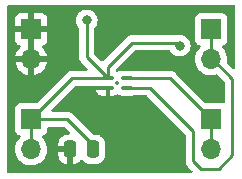
<source format=gbr>
%TF.GenerationSoftware,KiCad,Pcbnew,6.0.7-f9a2dced07~116~ubuntu20.04.1*%
%TF.CreationDate,2022-10-31T14:47:35+01:00*%
%TF.ProjectId,sht40_board,73687434-305f-4626-9f61-72642e6b6963,rev?*%
%TF.SameCoordinates,Original*%
%TF.FileFunction,Copper,L1,Top*%
%TF.FilePolarity,Positive*%
%FSLAX46Y46*%
G04 Gerber Fmt 4.6, Leading zero omitted, Abs format (unit mm)*
G04 Created by KiCad (PCBNEW 6.0.7-f9a2dced07~116~ubuntu20.04.1) date 2022-10-31 14:47:35*
%MOMM*%
%LPD*%
G01*
G04 APERTURE LIST*
G04 Aperture macros list*
%AMRoundRect*
0 Rectangle with rounded corners*
0 $1 Rounding radius*
0 $2 $3 $4 $5 $6 $7 $8 $9 X,Y pos of 4 corners*
0 Add a 4 corners polygon primitive as box body*
4,1,4,$2,$3,$4,$5,$6,$7,$8,$9,$2,$3,0*
0 Add four circle primitives for the rounded corners*
1,1,$1+$1,$2,$3*
1,1,$1+$1,$4,$5*
1,1,$1+$1,$6,$7*
1,1,$1+$1,$8,$9*
0 Add four rect primitives between the rounded corners*
20,1,$1+$1,$2,$3,$4,$5,0*
20,1,$1+$1,$4,$5,$6,$7,0*
20,1,$1+$1,$6,$7,$8,$9,0*
20,1,$1+$1,$8,$9,$2,$3,0*%
G04 Aperture macros list end*
%TA.AperFunction,SMDPad,CuDef*%
%ADD10RoundRect,0.250000X-0.250000X-0.475000X0.250000X-0.475000X0.250000X0.475000X-0.250000X0.475000X0*%
%TD*%
%TA.AperFunction,SMDPad,CuDef*%
%ADD11RoundRect,0.075000X0.425000X0.075000X-0.425000X0.075000X-0.425000X-0.075000X0.425000X-0.075000X0*%
%TD*%
%TA.AperFunction,SMDPad,CuDef*%
%ADD12RoundRect,0.075000X0.075000X0.075000X-0.075000X0.075000X-0.075000X-0.075000X0.075000X-0.075000X0*%
%TD*%
%TA.AperFunction,ComponentPad*%
%ADD13R,1.700000X1.700000*%
%TD*%
%TA.AperFunction,ComponentPad*%
%ADD14O,1.700000X1.700000*%
%TD*%
%TA.AperFunction,ViaPad*%
%ADD15C,0.800000*%
%TD*%
%TA.AperFunction,Conductor*%
%ADD16C,0.250000*%
%TD*%
G04 APERTURE END LIST*
D10*
%TO.P,C1,1*%
%TO.N,GND*%
X140467000Y-76200000D03*
%TO.P,C1,2*%
%TO.N,Net-(C1-Pad2)*%
X142367000Y-76200000D03*
%TD*%
D11*
%TO.P,U1,1,SDA*%
%TO.N,Net-(J1-Pad1)*%
X145237000Y-70993000D03*
%TO.P,U1,2,SCL*%
%TO.N,Net-(J2-Pad1)*%
X145237000Y-70193000D03*
%TO.P,U1,3,VDD*%
%TO.N,Net-(C1-Pad2)*%
X143637000Y-70193000D03*
%TO.P,U1,4,VSS*%
%TO.N,GND*%
X143637000Y-70993000D03*
D12*
%TO.P,U1,5*%
%TO.N,N/C*%
X144437000Y-70593000D03*
%TD*%
D13*
%TO.P,J4,1,Pin_1*%
%TO.N,Net-(C1-Pad2)*%
X137160000Y-73660000D03*
D14*
%TO.P,J4,2,Pin_2*%
X137160000Y-76200000D03*
%TD*%
D13*
%TO.P,J1,1,Pin_1*%
%TO.N,Net-(J1-Pad1)*%
X152400000Y-66040000D03*
D14*
%TO.P,J1,2,Pin_2*%
X152400000Y-68580000D03*
%TD*%
D13*
%TO.P,J3,1,Pin_1*%
%TO.N,GND*%
X137160000Y-66040000D03*
D14*
%TO.P,J3,2,Pin_2*%
X137160000Y-68580000D03*
%TD*%
D13*
%TO.P,J2,1,Pin_1*%
%TO.N,Net-(J2-Pad1)*%
X152400000Y-73660000D03*
D14*
%TO.P,J2,2,Pin_2*%
X152400000Y-76200000D03*
%TD*%
D15*
%TO.N,Net-(C1-Pad2)*%
X149733000Y-67437000D03*
X141859000Y-65278000D03*
%TD*%
D16*
%TO.N,Net-(C1-Pad2)*%
X149479000Y-67183000D02*
X149733000Y-67437000D01*
X140208000Y-73660000D02*
X137160000Y-73660000D01*
X143637000Y-70193000D02*
X143637000Y-69215000D01*
X142367000Y-76200000D02*
X142367000Y-75819000D01*
X142367000Y-75819000D02*
X140208000Y-73660000D01*
X145669000Y-67183000D02*
X149479000Y-67183000D01*
X143637000Y-70193000D02*
X140627000Y-70193000D01*
X143637000Y-70193000D02*
X141859000Y-68415000D01*
X137160000Y-76200000D02*
X137160000Y-73660000D01*
X143637000Y-69215000D02*
X145669000Y-67183000D01*
X140627000Y-70193000D02*
X137160000Y-73660000D01*
X141859000Y-68415000D02*
X141859000Y-65278000D01*
%TO.N,Net-(J1-Pad1)*%
X152400000Y-68580000D02*
X152400000Y-66040000D01*
X151511000Y-77851000D02*
X153035000Y-77851000D01*
X145237000Y-70993000D02*
X147193000Y-70993000D01*
X153035000Y-77851000D02*
X154178000Y-76708000D01*
X154178000Y-70231000D02*
X152527000Y-68580000D01*
X152527000Y-68580000D02*
X152400000Y-68580000D01*
X154178000Y-76708000D02*
X154178000Y-70231000D01*
X150876000Y-77216000D02*
X151511000Y-77851000D01*
X147193000Y-70993000D02*
X150876000Y-74676000D01*
X150876000Y-74676000D02*
X150876000Y-77216000D01*
%TO.N,Net-(J2-Pad1)*%
X148933000Y-70193000D02*
X152400000Y-73660000D01*
X152400000Y-73660000D02*
X152400000Y-76200000D01*
X145237000Y-70193000D02*
X148933000Y-70193000D01*
%TD*%
%TA.AperFunction,Conductor*%
%TO.N,GND*%
G36*
X154373621Y-64028502D02*
G01*
X154420114Y-64082158D01*
X154431500Y-64134500D01*
X154431500Y-69284406D01*
X154411498Y-69352527D01*
X154357842Y-69399020D01*
X154287568Y-69409124D01*
X154222988Y-69379630D01*
X154216405Y-69373501D01*
X153773818Y-68930914D01*
X153739792Y-68868602D01*
X153737991Y-68825372D01*
X153738609Y-68820683D01*
X153761529Y-68646590D01*
X153763156Y-68580000D01*
X153744852Y-68357361D01*
X153690431Y-68140702D01*
X153601354Y-67935840D01*
X153526012Y-67819379D01*
X153482822Y-67752617D01*
X153482820Y-67752614D01*
X153480014Y-67748277D01*
X153460405Y-67726727D01*
X153332798Y-67586488D01*
X153301746Y-67522642D01*
X153310141Y-67452143D01*
X153355317Y-67397375D01*
X153381761Y-67383706D01*
X153488297Y-67343767D01*
X153496705Y-67340615D01*
X153613261Y-67253261D01*
X153700615Y-67136705D01*
X153751745Y-67000316D01*
X153758500Y-66938134D01*
X153758500Y-65141866D01*
X153751745Y-65079684D01*
X153700615Y-64943295D01*
X153613261Y-64826739D01*
X153496705Y-64739385D01*
X153360316Y-64688255D01*
X153298134Y-64681500D01*
X151501866Y-64681500D01*
X151439684Y-64688255D01*
X151303295Y-64739385D01*
X151186739Y-64826739D01*
X151099385Y-64943295D01*
X151048255Y-65079684D01*
X151041500Y-65141866D01*
X151041500Y-66938134D01*
X151048255Y-67000316D01*
X151099385Y-67136705D01*
X151186739Y-67253261D01*
X151303295Y-67340615D01*
X151311704Y-67343767D01*
X151311705Y-67343768D01*
X151420451Y-67384535D01*
X151477216Y-67427176D01*
X151501916Y-67493738D01*
X151486709Y-67563087D01*
X151467316Y-67589568D01*
X151340629Y-67722138D01*
X151337715Y-67726410D01*
X151337714Y-67726411D01*
X151325409Y-67744450D01*
X151214743Y-67906680D01*
X151120688Y-68109305D01*
X151060989Y-68324570D01*
X151037251Y-68546695D01*
X151037548Y-68551848D01*
X151037548Y-68551851D01*
X151043011Y-68646590D01*
X151050110Y-68769715D01*
X151051247Y-68774761D01*
X151051248Y-68774767D01*
X151065449Y-68837778D01*
X151099222Y-68987639D01*
X151183266Y-69194616D01*
X151185965Y-69199020D01*
X151292887Y-69373501D01*
X151299987Y-69385088D01*
X151446250Y-69553938D01*
X151618126Y-69696632D01*
X151811000Y-69809338D01*
X152019692Y-69889030D01*
X152024760Y-69890061D01*
X152024763Y-69890062D01*
X152082094Y-69901726D01*
X152238597Y-69933567D01*
X152243772Y-69933757D01*
X152243774Y-69933757D01*
X152456673Y-69941564D01*
X152456677Y-69941564D01*
X152461837Y-69941753D01*
X152466957Y-69941097D01*
X152466959Y-69941097D01*
X152678288Y-69914025D01*
X152678289Y-69914025D01*
X152683416Y-69913368D01*
X152688367Y-69911883D01*
X152688370Y-69911882D01*
X152827520Y-69870135D01*
X152898515Y-69869719D01*
X152952822Y-69901726D01*
X153507595Y-70456499D01*
X153541621Y-70518811D01*
X153544500Y-70545594D01*
X153544500Y-72195504D01*
X153524498Y-72263625D01*
X153470842Y-72310118D01*
X153400568Y-72320222D01*
X153374271Y-72313486D01*
X153367718Y-72311029D01*
X153367712Y-72311027D01*
X153360316Y-72308255D01*
X153298134Y-72301500D01*
X151989595Y-72301500D01*
X151921474Y-72281498D01*
X151900500Y-72264595D01*
X149436652Y-69800747D01*
X149429112Y-69792461D01*
X149425000Y-69785982D01*
X149375348Y-69739356D01*
X149372507Y-69736602D01*
X149352770Y-69716865D01*
X149349573Y-69714385D01*
X149340551Y-69706680D01*
X149327116Y-69694064D01*
X149308321Y-69676414D01*
X149301375Y-69672595D01*
X149301372Y-69672593D01*
X149290566Y-69666652D01*
X149274047Y-69655801D01*
X149273583Y-69655441D01*
X149258041Y-69643386D01*
X149250772Y-69640241D01*
X149250768Y-69640238D01*
X149217463Y-69625826D01*
X149206813Y-69620609D01*
X149168060Y-69599305D01*
X149148437Y-69594267D01*
X149129734Y-69587863D01*
X149118420Y-69582967D01*
X149118419Y-69582967D01*
X149111145Y-69579819D01*
X149103322Y-69578580D01*
X149103312Y-69578577D01*
X149067476Y-69572901D01*
X149055856Y-69570495D01*
X149020711Y-69561472D01*
X149020710Y-69561472D01*
X149013030Y-69559500D01*
X148992776Y-69559500D01*
X148973065Y-69557949D01*
X148970534Y-69557548D01*
X148953057Y-69554780D01*
X148945165Y-69555526D01*
X148909039Y-69558941D01*
X148897181Y-69559500D01*
X145863485Y-69559500D01*
X145830440Y-69552930D01*
X145829934Y-69554817D01*
X145821949Y-69552678D01*
X145814324Y-69549519D01*
X145806140Y-69548442D01*
X145806138Y-69548441D01*
X145704331Y-69535038D01*
X145704330Y-69535038D01*
X145700244Y-69534500D01*
X144773756Y-69534500D01*
X144769670Y-69535038D01*
X144769669Y-69535038D01*
X144730847Y-69540149D01*
X144659676Y-69549519D01*
X144652049Y-69552678D01*
X144652046Y-69552679D01*
X144592259Y-69577444D01*
X144517732Y-69608314D01*
X144511178Y-69613343D01*
X144504030Y-69617470D01*
X144502932Y-69615569D01*
X144447488Y-69637006D01*
X144377938Y-69622743D01*
X144367640Y-69616125D01*
X144362821Y-69613343D01*
X144356271Y-69608317D01*
X144356553Y-69607949D01*
X144311324Y-69560516D01*
X144297887Y-69490803D01*
X144324273Y-69424891D01*
X144334222Y-69413683D01*
X145894500Y-67853405D01*
X145956812Y-67819379D01*
X145983595Y-67816500D01*
X148830313Y-67816500D01*
X148898434Y-67836502D01*
X148939431Y-67879498D01*
X148993960Y-67973944D01*
X149121747Y-68115866D01*
X149276248Y-68228118D01*
X149282276Y-68230802D01*
X149282278Y-68230803D01*
X149444681Y-68303109D01*
X149450712Y-68305794D01*
X149527082Y-68322027D01*
X149631056Y-68344128D01*
X149631061Y-68344128D01*
X149637513Y-68345500D01*
X149828487Y-68345500D01*
X149834939Y-68344128D01*
X149834944Y-68344128D01*
X149938918Y-68322027D01*
X150015288Y-68305794D01*
X150021319Y-68303109D01*
X150183722Y-68230803D01*
X150183724Y-68230802D01*
X150189752Y-68228118D01*
X150344253Y-68115866D01*
X150472040Y-67973944D01*
X150567527Y-67808556D01*
X150626542Y-67626928D01*
X150630793Y-67586488D01*
X150645814Y-67443565D01*
X150646504Y-67437000D01*
X150626542Y-67247072D01*
X150567527Y-67065444D01*
X150472040Y-66900056D01*
X150344253Y-66758134D01*
X150189752Y-66645882D01*
X150183724Y-66643198D01*
X150183722Y-66643197D01*
X150021319Y-66570891D01*
X150021318Y-66570891D01*
X150015288Y-66568206D01*
X149905078Y-66544780D01*
X149834944Y-66529872D01*
X149834939Y-66529872D01*
X149828487Y-66528500D01*
X149637513Y-66528500D01*
X149631053Y-66529873D01*
X149631054Y-66529873D01*
X149557348Y-66545539D01*
X149511446Y-66546741D01*
X149506894Y-66546020D01*
X149506884Y-66546020D01*
X149499057Y-66544780D01*
X149491165Y-66545526D01*
X149485939Y-66546020D01*
X149469786Y-66547547D01*
X149455039Y-66548941D01*
X149443181Y-66549500D01*
X145747767Y-66549500D01*
X145736584Y-66548973D01*
X145729091Y-66547298D01*
X145721165Y-66547547D01*
X145721164Y-66547547D01*
X145661001Y-66549438D01*
X145657043Y-66549500D01*
X145629144Y-66549500D01*
X145625154Y-66550004D01*
X145613320Y-66550936D01*
X145569111Y-66552326D01*
X145561497Y-66554538D01*
X145561492Y-66554539D01*
X145549659Y-66557977D01*
X145530296Y-66561988D01*
X145510203Y-66564526D01*
X145502836Y-66567443D01*
X145502831Y-66567444D01*
X145469092Y-66580802D01*
X145457865Y-66584646D01*
X145415407Y-66596982D01*
X145408581Y-66601019D01*
X145397972Y-66607293D01*
X145380224Y-66615988D01*
X145361383Y-66623448D01*
X145354967Y-66628110D01*
X145354966Y-66628110D01*
X145325613Y-66649436D01*
X145315693Y-66655952D01*
X145284465Y-66674420D01*
X145284462Y-66674422D01*
X145277638Y-66678458D01*
X145263317Y-66692779D01*
X145248284Y-66705619D01*
X145231893Y-66717528D01*
X145226842Y-66723634D01*
X145203702Y-66751605D01*
X145195712Y-66760384D01*
X143244747Y-68711348D01*
X143236464Y-68718887D01*
X143229982Y-68723000D01*
X143226459Y-68726752D01*
X143162360Y-68754276D01*
X143092335Y-68742572D01*
X143058182Y-68718277D01*
X142529405Y-68189500D01*
X142495379Y-68127188D01*
X142492500Y-68100405D01*
X142492500Y-65980524D01*
X142512502Y-65912403D01*
X142524858Y-65896221D01*
X142598040Y-65814944D01*
X142693527Y-65649556D01*
X142752542Y-65467928D01*
X142772504Y-65278000D01*
X142752542Y-65088072D01*
X142693527Y-64906444D01*
X142598040Y-64741056D01*
X142561178Y-64700116D01*
X142474675Y-64604045D01*
X142474674Y-64604044D01*
X142470253Y-64599134D01*
X142315752Y-64486882D01*
X142309724Y-64484198D01*
X142309722Y-64484197D01*
X142147319Y-64411891D01*
X142147318Y-64411891D01*
X142141288Y-64409206D01*
X142047888Y-64389353D01*
X141960944Y-64370872D01*
X141960939Y-64370872D01*
X141954487Y-64369500D01*
X141763513Y-64369500D01*
X141757061Y-64370872D01*
X141757056Y-64370872D01*
X141670112Y-64389353D01*
X141576712Y-64409206D01*
X141570682Y-64411891D01*
X141570681Y-64411891D01*
X141408278Y-64484197D01*
X141408276Y-64484198D01*
X141402248Y-64486882D01*
X141247747Y-64599134D01*
X141243326Y-64604044D01*
X141243325Y-64604045D01*
X141156823Y-64700116D01*
X141119960Y-64741056D01*
X141024473Y-64906444D01*
X140965458Y-65088072D01*
X140945496Y-65278000D01*
X140965458Y-65467928D01*
X141024473Y-65649556D01*
X141119960Y-65814944D01*
X141193137Y-65896215D01*
X141223853Y-65960221D01*
X141225500Y-65980524D01*
X141225500Y-68336233D01*
X141224973Y-68347416D01*
X141223298Y-68354909D01*
X141223547Y-68362835D01*
X141223547Y-68362836D01*
X141225438Y-68422986D01*
X141225500Y-68426945D01*
X141225500Y-68454856D01*
X141225997Y-68458790D01*
X141225997Y-68458791D01*
X141226005Y-68458856D01*
X141226938Y-68470693D01*
X141228327Y-68514889D01*
X141233978Y-68534339D01*
X141237987Y-68553700D01*
X141240526Y-68573797D01*
X141243445Y-68581168D01*
X141243445Y-68581170D01*
X141256804Y-68614912D01*
X141260649Y-68626142D01*
X141270771Y-68660983D01*
X141272982Y-68668593D01*
X141277015Y-68675412D01*
X141277017Y-68675417D01*
X141283293Y-68686028D01*
X141291988Y-68703776D01*
X141299448Y-68722617D01*
X141304110Y-68729033D01*
X141304110Y-68729034D01*
X141325436Y-68758387D01*
X141331952Y-68768307D01*
X141335773Y-68774767D01*
X141354458Y-68806362D01*
X141368779Y-68820683D01*
X141381619Y-68835716D01*
X141393528Y-68852107D01*
X141427605Y-68880298D01*
X141436384Y-68888288D01*
X141892501Y-69344405D01*
X141926527Y-69406717D01*
X141921462Y-69477532D01*
X141878915Y-69534368D01*
X141812395Y-69559179D01*
X141803406Y-69559500D01*
X140705763Y-69559500D01*
X140694579Y-69558973D01*
X140687091Y-69557299D01*
X140679168Y-69557548D01*
X140619033Y-69559438D01*
X140615075Y-69559500D01*
X140587144Y-69559500D01*
X140583229Y-69559995D01*
X140583225Y-69559995D01*
X140583167Y-69560003D01*
X140583138Y-69560006D01*
X140571296Y-69560939D01*
X140527110Y-69562327D01*
X140509744Y-69567372D01*
X140507658Y-69567978D01*
X140488306Y-69571986D01*
X140476068Y-69573532D01*
X140476066Y-69573533D01*
X140468203Y-69574526D01*
X140427086Y-69590806D01*
X140415885Y-69594641D01*
X140373406Y-69606982D01*
X140366587Y-69611015D01*
X140366582Y-69611017D01*
X140355971Y-69617293D01*
X140338221Y-69625990D01*
X140319383Y-69633448D01*
X140312967Y-69638109D01*
X140312966Y-69638110D01*
X140283625Y-69659428D01*
X140273701Y-69665947D01*
X140242460Y-69684422D01*
X140242455Y-69684426D01*
X140235637Y-69688458D01*
X140221313Y-69702782D01*
X140206281Y-69715621D01*
X140189893Y-69727528D01*
X140169037Y-69752739D01*
X140161712Y-69761593D01*
X140153722Y-69770373D01*
X137659500Y-72264595D01*
X137597188Y-72298621D01*
X137570405Y-72301500D01*
X136261866Y-72301500D01*
X136199684Y-72308255D01*
X136063295Y-72359385D01*
X135946739Y-72446739D01*
X135859385Y-72563295D01*
X135808255Y-72699684D01*
X135801500Y-72761866D01*
X135801500Y-74558134D01*
X135808255Y-74620316D01*
X135859385Y-74756705D01*
X135946739Y-74873261D01*
X136063295Y-74960615D01*
X136071704Y-74963767D01*
X136071705Y-74963768D01*
X136180451Y-75004535D01*
X136237216Y-75047176D01*
X136261916Y-75113738D01*
X136246709Y-75183087D01*
X136227316Y-75209568D01*
X136182104Y-75256880D01*
X136100629Y-75342138D01*
X135974743Y-75526680D01*
X135880688Y-75729305D01*
X135820989Y-75944570D01*
X135797251Y-76166695D01*
X135797548Y-76171848D01*
X135797548Y-76171851D01*
X135803011Y-76266590D01*
X135810110Y-76389715D01*
X135811247Y-76394761D01*
X135811248Y-76394767D01*
X135825606Y-76458475D01*
X135859222Y-76607639D01*
X135943266Y-76814616D01*
X136059987Y-77005088D01*
X136206250Y-77173938D01*
X136271302Y-77227945D01*
X136367693Y-77307970D01*
X136378126Y-77316632D01*
X136571000Y-77429338D01*
X136575825Y-77431180D01*
X136575826Y-77431181D01*
X136581040Y-77433172D01*
X136779692Y-77509030D01*
X136784760Y-77510061D01*
X136784763Y-77510062D01*
X136882929Y-77530034D01*
X136998597Y-77553567D01*
X137003772Y-77553757D01*
X137003774Y-77553757D01*
X137216673Y-77561564D01*
X137216677Y-77561564D01*
X137221837Y-77561753D01*
X137226957Y-77561097D01*
X137226959Y-77561097D01*
X137438288Y-77534025D01*
X137438289Y-77534025D01*
X137443416Y-77533368D01*
X137475918Y-77523617D01*
X137652429Y-77470661D01*
X137652434Y-77470659D01*
X137657384Y-77469174D01*
X137857994Y-77370896D01*
X138039860Y-77241173D01*
X138053135Y-77227945D01*
X138194435Y-77087137D01*
X138198096Y-77083489D01*
X138257594Y-77000689D01*
X138325435Y-76906277D01*
X138328453Y-76902077D01*
X138360320Y-76837600D01*
X138417405Y-76722095D01*
X139459001Y-76722095D01*
X139459338Y-76728614D01*
X139469257Y-76824206D01*
X139472149Y-76837600D01*
X139523588Y-76991784D01*
X139529761Y-77004962D01*
X139615063Y-77142807D01*
X139624099Y-77154208D01*
X139738829Y-77268739D01*
X139750240Y-77277751D01*
X139888243Y-77362816D01*
X139901424Y-77368963D01*
X140055710Y-77420138D01*
X140069086Y-77423005D01*
X140163438Y-77432672D01*
X140169854Y-77433000D01*
X140194885Y-77433000D01*
X140210124Y-77428525D01*
X140211329Y-77427135D01*
X140213000Y-77419452D01*
X140213000Y-76472115D01*
X140208525Y-76456876D01*
X140207135Y-76455671D01*
X140199452Y-76454000D01*
X139477116Y-76454000D01*
X139461877Y-76458475D01*
X139460672Y-76459865D01*
X139459001Y-76467548D01*
X139459001Y-76722095D01*
X138417405Y-76722095D01*
X138425136Y-76706453D01*
X138425137Y-76706451D01*
X138427430Y-76701811D01*
X138492370Y-76488069D01*
X138521529Y-76266590D01*
X138523156Y-76200000D01*
X138504852Y-75977361D01*
X138450431Y-75760702D01*
X138361354Y-75555840D01*
X138265713Y-75408002D01*
X138242822Y-75372617D01*
X138242820Y-75372614D01*
X138240014Y-75368277D01*
X138236532Y-75364450D01*
X138092798Y-75206488D01*
X138061746Y-75142642D01*
X138070141Y-75072143D01*
X138115317Y-75017375D01*
X138141761Y-75003706D01*
X138248297Y-74963767D01*
X138256705Y-74960615D01*
X138373261Y-74873261D01*
X138460615Y-74756705D01*
X138511745Y-74620316D01*
X138518500Y-74558134D01*
X138518500Y-74419500D01*
X138538502Y-74351379D01*
X138592158Y-74304886D01*
X138644500Y-74293500D01*
X139893406Y-74293500D01*
X139961527Y-74313502D01*
X139982501Y-74330405D01*
X140404002Y-74751906D01*
X140438028Y-74814218D01*
X140432963Y-74885033D01*
X140390416Y-74941869D01*
X140323896Y-74966680D01*
X140314907Y-74967001D01*
X140169905Y-74967001D01*
X140163386Y-74967338D01*
X140067794Y-74977257D01*
X140054400Y-74980149D01*
X139900216Y-75031588D01*
X139887038Y-75037761D01*
X139749193Y-75123063D01*
X139737792Y-75132099D01*
X139623261Y-75246829D01*
X139614249Y-75258240D01*
X139529184Y-75396243D01*
X139523037Y-75409424D01*
X139471862Y-75563710D01*
X139468995Y-75577086D01*
X139459328Y-75671438D01*
X139459000Y-75677855D01*
X139459000Y-75927885D01*
X139463475Y-75943124D01*
X139464865Y-75944329D01*
X139472548Y-75946000D01*
X140595000Y-75946000D01*
X140663121Y-75966002D01*
X140709614Y-76019658D01*
X140721000Y-76072000D01*
X140721000Y-77414884D01*
X140725475Y-77430123D01*
X140726865Y-77431328D01*
X140734548Y-77432999D01*
X140764095Y-77432999D01*
X140770614Y-77432662D01*
X140866206Y-77422743D01*
X140879600Y-77419851D01*
X141033784Y-77368412D01*
X141046962Y-77362239D01*
X141184807Y-77276937D01*
X141196208Y-77267901D01*
X141310738Y-77153172D01*
X141317794Y-77144238D01*
X141375712Y-77103177D01*
X141446635Y-77099947D01*
X141508046Y-77135574D01*
X141514846Y-77143407D01*
X141518522Y-77149348D01*
X141643697Y-77274305D01*
X141649927Y-77278145D01*
X141649928Y-77278146D01*
X141787288Y-77362816D01*
X141794262Y-77367115D01*
X141817423Y-77374797D01*
X141955611Y-77420632D01*
X141955613Y-77420632D01*
X141962139Y-77422797D01*
X141968975Y-77423497D01*
X141968978Y-77423498D01*
X142004546Y-77427142D01*
X142066600Y-77433500D01*
X142667400Y-77433500D01*
X142670646Y-77433163D01*
X142670650Y-77433163D01*
X142766308Y-77423238D01*
X142766312Y-77423237D01*
X142773166Y-77422526D01*
X142779702Y-77420345D01*
X142779704Y-77420345D01*
X142916227Y-77374797D01*
X142940946Y-77366550D01*
X143091348Y-77273478D01*
X143216305Y-77148303D01*
X143246112Y-77099947D01*
X143305275Y-77003968D01*
X143305276Y-77003966D01*
X143309115Y-76997738D01*
X143364797Y-76829861D01*
X143366850Y-76809829D01*
X143369909Y-76779969D01*
X143375500Y-76725400D01*
X143375500Y-75674600D01*
X143375163Y-75671350D01*
X143365238Y-75575692D01*
X143365237Y-75575688D01*
X143364526Y-75568834D01*
X143308550Y-75401054D01*
X143215478Y-75250652D01*
X143090303Y-75125695D01*
X142991186Y-75064598D01*
X142945968Y-75036725D01*
X142945966Y-75036724D01*
X142939738Y-75032885D01*
X142812234Y-74990594D01*
X142778389Y-74979368D01*
X142778387Y-74979368D01*
X142771861Y-74977203D01*
X142765025Y-74976503D01*
X142765022Y-74976502D01*
X142721969Y-74972091D01*
X142667400Y-74966500D01*
X142462594Y-74966500D01*
X142394473Y-74946498D01*
X142373499Y-74929595D01*
X140711652Y-73267747D01*
X140704112Y-73259461D01*
X140700000Y-73252982D01*
X140650348Y-73206356D01*
X140647507Y-73203602D01*
X140627770Y-73183865D01*
X140624573Y-73181385D01*
X140615551Y-73173680D01*
X140589100Y-73148841D01*
X140583321Y-73143414D01*
X140576375Y-73139595D01*
X140576372Y-73139593D01*
X140565566Y-73133652D01*
X140549047Y-73122801D01*
X140548583Y-73122441D01*
X140533041Y-73110386D01*
X140525772Y-73107241D01*
X140525768Y-73107238D01*
X140492463Y-73092826D01*
X140481813Y-73087609D01*
X140443060Y-73066305D01*
X140423437Y-73061267D01*
X140404734Y-73054863D01*
X140393420Y-73049967D01*
X140393419Y-73049967D01*
X140386145Y-73046819D01*
X140378322Y-73045580D01*
X140378312Y-73045577D01*
X140342476Y-73039901D01*
X140330856Y-73037495D01*
X140295711Y-73028472D01*
X140295710Y-73028472D01*
X140288030Y-73026500D01*
X140267776Y-73026500D01*
X140248065Y-73024949D01*
X140235886Y-73023020D01*
X140228057Y-73021780D01*
X140220165Y-73022526D01*
X140184039Y-73025941D01*
X140172181Y-73026500D01*
X138993594Y-73026500D01*
X138925473Y-73006498D01*
X138878980Y-72952842D01*
X138868876Y-72882568D01*
X138898370Y-72817988D01*
X138904499Y-72811405D01*
X140555321Y-71160583D01*
X142636158Y-71160583D01*
X142642928Y-71212005D01*
X142647167Y-71227825D01*
X142699590Y-71354386D01*
X142707779Y-71368569D01*
X142791171Y-71477248D01*
X142802750Y-71488828D01*
X142911434Y-71572223D01*
X142925615Y-71580410D01*
X143052175Y-71632833D01*
X143067995Y-71637072D01*
X143169700Y-71650462D01*
X143177908Y-71651000D01*
X143468885Y-71651000D01*
X143484124Y-71646525D01*
X143485329Y-71645135D01*
X143487000Y-71637452D01*
X143487000Y-71161115D01*
X143482525Y-71145876D01*
X143481135Y-71144671D01*
X143473452Y-71143000D01*
X142651958Y-71143000D01*
X142638187Y-71147044D01*
X142636158Y-71160583D01*
X140555321Y-71160583D01*
X140852499Y-70863405D01*
X140914811Y-70829379D01*
X140941594Y-70826500D01*
X142576385Y-70826500D01*
X142611162Y-70831395D01*
X142651574Y-70843000D01*
X143100934Y-70843000D01*
X143117380Y-70844078D01*
X143169669Y-70850962D01*
X143169670Y-70850962D01*
X143173756Y-70851500D01*
X143661000Y-70851500D01*
X143729121Y-70871502D01*
X143775614Y-70925158D01*
X143787000Y-70977500D01*
X143787000Y-71632885D01*
X143791475Y-71648124D01*
X143792865Y-71649329D01*
X143800548Y-71651000D01*
X144096092Y-71651000D01*
X144104300Y-71650462D01*
X144206005Y-71637072D01*
X144221825Y-71632833D01*
X144348386Y-71580410D01*
X144369718Y-71568094D01*
X144370843Y-71570043D01*
X144426118Y-71548679D01*
X144495665Y-71562950D01*
X144507149Y-71570331D01*
X144511182Y-71572659D01*
X144517733Y-71577686D01*
X144635580Y-71626500D01*
X144650995Y-71632885D01*
X144659676Y-71636481D01*
X144725409Y-71645135D01*
X144769669Y-71650962D01*
X144769670Y-71650962D01*
X144773756Y-71651500D01*
X145700244Y-71651500D01*
X145704330Y-71650962D01*
X145704331Y-71650962D01*
X145806138Y-71637559D01*
X145806140Y-71637558D01*
X145814324Y-71636481D01*
X145821949Y-71633322D01*
X145829934Y-71631183D01*
X145830440Y-71633070D01*
X145863485Y-71626500D01*
X146878406Y-71626500D01*
X146946527Y-71646502D01*
X146967501Y-71663405D01*
X150205595Y-74901499D01*
X150239621Y-74963811D01*
X150242500Y-74990594D01*
X150242500Y-77137233D01*
X150241973Y-77148416D01*
X150240298Y-77155909D01*
X150240547Y-77163835D01*
X150240547Y-77163836D01*
X150242438Y-77223986D01*
X150242500Y-77227945D01*
X150242500Y-77255856D01*
X150242997Y-77259790D01*
X150242997Y-77259791D01*
X150243005Y-77259856D01*
X150243938Y-77271693D01*
X150245327Y-77315889D01*
X150250978Y-77335339D01*
X150254987Y-77354700D01*
X150257526Y-77374797D01*
X150260445Y-77382168D01*
X150260445Y-77382170D01*
X150273804Y-77415912D01*
X150277649Y-77427142D01*
X150278865Y-77431328D01*
X150289982Y-77469593D01*
X150294015Y-77476412D01*
X150294017Y-77476417D01*
X150300293Y-77487028D01*
X150308988Y-77504776D01*
X150316448Y-77523617D01*
X150321110Y-77530033D01*
X150321110Y-77530034D01*
X150342436Y-77559387D01*
X150348952Y-77569307D01*
X150371458Y-77607362D01*
X150385779Y-77621683D01*
X150398619Y-77636716D01*
X150410528Y-77653107D01*
X150416634Y-77658158D01*
X150444605Y-77681298D01*
X150453384Y-77689288D01*
X150780501Y-78016405D01*
X150814527Y-78078717D01*
X150809462Y-78149532D01*
X150766915Y-78206368D01*
X150700395Y-78231179D01*
X150691406Y-78231500D01*
X135254500Y-78231500D01*
X135186379Y-78211498D01*
X135139886Y-78157842D01*
X135128500Y-78105500D01*
X135128500Y-68847966D01*
X135828257Y-68847966D01*
X135858565Y-68982446D01*
X135861645Y-68992275D01*
X135941770Y-69189603D01*
X135946413Y-69198794D01*
X136057694Y-69380388D01*
X136063777Y-69388699D01*
X136203213Y-69549667D01*
X136210580Y-69556883D01*
X136374434Y-69692916D01*
X136382881Y-69698831D01*
X136566756Y-69806279D01*
X136576042Y-69810729D01*
X136775001Y-69886703D01*
X136784899Y-69889579D01*
X136888250Y-69910606D01*
X136902299Y-69909410D01*
X136906000Y-69899065D01*
X136906000Y-69898517D01*
X137414000Y-69898517D01*
X137418064Y-69912359D01*
X137431478Y-69914393D01*
X137438184Y-69913534D01*
X137448262Y-69911392D01*
X137652255Y-69850191D01*
X137661842Y-69846433D01*
X137853095Y-69752739D01*
X137861945Y-69747464D01*
X138035328Y-69623792D01*
X138043200Y-69617139D01*
X138194052Y-69466812D01*
X138200730Y-69458965D01*
X138325003Y-69286020D01*
X138330313Y-69277183D01*
X138424670Y-69086267D01*
X138428469Y-69076672D01*
X138490377Y-68872910D01*
X138492555Y-68862837D01*
X138493986Y-68851962D01*
X138491775Y-68837778D01*
X138478617Y-68834000D01*
X137432115Y-68834000D01*
X137416876Y-68838475D01*
X137415671Y-68839865D01*
X137414000Y-68847548D01*
X137414000Y-69898517D01*
X136906000Y-69898517D01*
X136906000Y-68852115D01*
X136901525Y-68836876D01*
X136900135Y-68835671D01*
X136892452Y-68834000D01*
X135843225Y-68834000D01*
X135829694Y-68837973D01*
X135828257Y-68847966D01*
X135128500Y-68847966D01*
X135128500Y-66934669D01*
X135802001Y-66934669D01*
X135802371Y-66941490D01*
X135807895Y-66992352D01*
X135811521Y-67007604D01*
X135856676Y-67128054D01*
X135865214Y-67143649D01*
X135941715Y-67245724D01*
X135954276Y-67258285D01*
X136056351Y-67334786D01*
X136071946Y-67343324D01*
X136181337Y-67384333D01*
X136238101Y-67426975D01*
X136262801Y-67493536D01*
X136247594Y-67562885D01*
X136228201Y-67589366D01*
X136104590Y-67718717D01*
X136098104Y-67726727D01*
X135978098Y-67902649D01*
X135973000Y-67911623D01*
X135883338Y-68104783D01*
X135879775Y-68114470D01*
X135824389Y-68314183D01*
X135825912Y-68322607D01*
X135838292Y-68326000D01*
X136887885Y-68326000D01*
X136903124Y-68321525D01*
X136904329Y-68320135D01*
X136906000Y-68312452D01*
X136906000Y-68307885D01*
X137414000Y-68307885D01*
X137418475Y-68323124D01*
X137419865Y-68324329D01*
X137427548Y-68326000D01*
X138478344Y-68326000D01*
X138491875Y-68322027D01*
X138493180Y-68312947D01*
X138451214Y-68145875D01*
X138447894Y-68136124D01*
X138362972Y-67940814D01*
X138358105Y-67931739D01*
X138242426Y-67752926D01*
X138236136Y-67744757D01*
X138091931Y-67586279D01*
X138060879Y-67522433D01*
X138069273Y-67451934D01*
X138114450Y-67397166D01*
X138140894Y-67383497D01*
X138248054Y-67343324D01*
X138263649Y-67334786D01*
X138365724Y-67258285D01*
X138378285Y-67245724D01*
X138454786Y-67143649D01*
X138463324Y-67128054D01*
X138508478Y-67007606D01*
X138512105Y-66992351D01*
X138517631Y-66941486D01*
X138518000Y-66934672D01*
X138518000Y-66312115D01*
X138513525Y-66296876D01*
X138512135Y-66295671D01*
X138504452Y-66294000D01*
X137432115Y-66294000D01*
X137416876Y-66298475D01*
X137415671Y-66299865D01*
X137414000Y-66307548D01*
X137414000Y-68307885D01*
X136906000Y-68307885D01*
X136906000Y-66312115D01*
X136901525Y-66296876D01*
X136900135Y-66295671D01*
X136892452Y-66294000D01*
X135820116Y-66294000D01*
X135804877Y-66298475D01*
X135803672Y-66299865D01*
X135802001Y-66307548D01*
X135802001Y-66934669D01*
X135128500Y-66934669D01*
X135128500Y-65767885D01*
X135802000Y-65767885D01*
X135806475Y-65783124D01*
X135807865Y-65784329D01*
X135815548Y-65786000D01*
X136887885Y-65786000D01*
X136903124Y-65781525D01*
X136904329Y-65780135D01*
X136906000Y-65772452D01*
X136906000Y-65767885D01*
X137414000Y-65767885D01*
X137418475Y-65783124D01*
X137419865Y-65784329D01*
X137427548Y-65786000D01*
X138499884Y-65786000D01*
X138515123Y-65781525D01*
X138516328Y-65780135D01*
X138517999Y-65772452D01*
X138517999Y-65145331D01*
X138517629Y-65138510D01*
X138512105Y-65087648D01*
X138508479Y-65072396D01*
X138463324Y-64951946D01*
X138454786Y-64936351D01*
X138378285Y-64834276D01*
X138365724Y-64821715D01*
X138263649Y-64745214D01*
X138248054Y-64736676D01*
X138127606Y-64691522D01*
X138112351Y-64687895D01*
X138061486Y-64682369D01*
X138054672Y-64682000D01*
X137432115Y-64682000D01*
X137416876Y-64686475D01*
X137415671Y-64687865D01*
X137414000Y-64695548D01*
X137414000Y-65767885D01*
X136906000Y-65767885D01*
X136906000Y-64700116D01*
X136901525Y-64684877D01*
X136900135Y-64683672D01*
X136892452Y-64682001D01*
X136265331Y-64682001D01*
X136258510Y-64682371D01*
X136207648Y-64687895D01*
X136192396Y-64691521D01*
X136071946Y-64736676D01*
X136056351Y-64745214D01*
X135954276Y-64821715D01*
X135941715Y-64834276D01*
X135865214Y-64936351D01*
X135856676Y-64951946D01*
X135811522Y-65072394D01*
X135807895Y-65087649D01*
X135802369Y-65138514D01*
X135802000Y-65145328D01*
X135802000Y-65767885D01*
X135128500Y-65767885D01*
X135128500Y-64134500D01*
X135148502Y-64066379D01*
X135202158Y-64019886D01*
X135254500Y-64008500D01*
X154305500Y-64008500D01*
X154373621Y-64028502D01*
G37*
%TD.AperFunction*%
%TD*%
M02*

</source>
